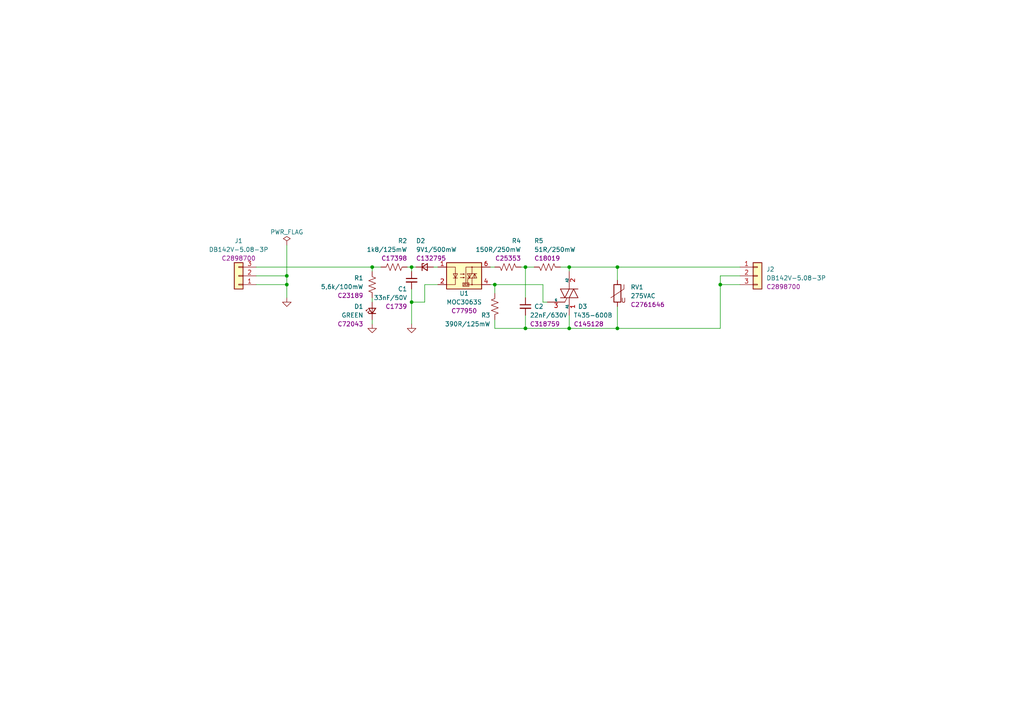
<source format=kicad_sch>
(kicad_sch (version 20230121) (generator eeschema)
  (paper "A4")
  (lib_symbols
    (symbol "Connector_Generic:Conn_01x03" (pin_names (offset 1.016) hide)
      (property "Reference" "J" (at 0 5.08 0))
      (property "Value" "Conn_01x03" (at 0 -5.08 0))
      (symbol "Conn_01x03_1_1"
        (rectangle (start -1.27 -2.413) (end 0 -2.667) (stroke (width 0.1524)))
        (rectangle (start -1.27 0.127) (end 0 -0.127) (stroke (width 0.1524)))
        (rectangle (start -1.27 2.667) (end 0 2.413) (stroke (width 0.1524)))
        (rectangle (start -1.27 3.81) (end 1.27 -3.81) (stroke (width 0.254)) (fill (type background)))
        (pin passive line (at -5.08 2.54 0) (length 3.81) (name "Pin_1") (number "1"))
        (pin passive line (at -5.08 0 0) (length 3.81) (name "Pin_2") (number "2"))
        (pin passive line (at -5.08 -2.54 0) (length 3.81) (name "Pin_3") (number "3"))
      )
    )
    (symbol "Device:C_Small" (pin_numbers hide) (pin_names (offset 0.254) hide)
      (property "Reference" "C" (at 0.254 1.778 0))
      (property "Value" "C_Small" (at 0.254 -2.032 0))
      (symbol "C_Small_0_1"
        (polyline (pts (xy -1.524 -0.508) (xy 1.524 -0.508)) (stroke (width 0.3302)))
        (polyline (pts (xy -1.524 0.508) (xy 1.524 0.508)) (stroke (width 0.3048)))
      )
      (symbol "C_Small_1_1"
        (pin passive line (at 0 2.54 270) (length 2.032) (name "~") (number "1"))
        (pin passive line (at 0 -2.54 90) (length 2.032) (name "~") (number "2"))
      )
    )
    (symbol "Device:D_Zener_Small" (pin_numbers hide) (pin_names (offset 0.254) hide)
      (property "Reference" "D" (at 0 2.286 0))
      (property "Value" "D_Zener_Small" (at 0 -2.286 0))
      (symbol "D_Zener_Small_0_1"
        (polyline (pts (xy 0.762 0) (xy -0.762 0)))
        (polyline (pts (xy -0.254 1.016) (xy -0.762 1.016) (xy -0.762 -1.016)) (stroke (width 0.254)))
        (polyline (pts (xy 0.762 1.016) (xy -0.762 0) (xy 0.762 -1.016) (xy 0.762 1.016)) (stroke (width 0.254)))
      )
      (symbol "D_Zener_Small_1_1"
        (pin passive line (at -2.54 0 0) (length 1.778) (name "K") (number "1"))
        (pin passive line (at 2.54 0 180) (length 1.778) (name "A") (number "2"))
      )
    )
    (symbol "Device:LED_Small" (pin_numbers hide) (pin_names (offset 0.254) hide)
      (property "Reference" "D" (at -1.27 3.175 0))
      (property "Value" "LED_Small" (at -4.445 -2.54 0))
      (symbol "LED_Small_0_1"
        (polyline (pts (xy -0.762 -1.016) (xy -0.762 1.016)) (stroke (width 0.254)))
        (polyline (pts (xy 1.016 0) (xy -0.762 0)))
        (polyline (pts (xy 0.762 -1.016) (xy -0.762 0) (xy 0.762 1.016) (xy 0.762 -1.016)) (stroke (width 0.254)))
        (polyline (pts (xy 0 0.762) (xy -0.508 1.27) (xy -0.254 1.27) (xy -0.508 1.27) (xy -0.508 1.016)))
        (polyline (pts (xy 0.508 1.27) (xy 0 1.778) (xy 0.254 1.778) (xy 0 1.778) (xy 0 1.524)))
      )
      (symbol "LED_Small_1_1"
        (pin passive line (at -2.54 0 0) (length 1.778) (name "K") (number "1"))
        (pin passive line (at 2.54 0 180) (length 1.778) (name "A") (number "2"))
      )
    )
    (symbol "Device:R_US" (pin_numbers hide) (pin_names (offset 0))
      (property "Reference" "R" (at 2.54 0 90))
      (property "Value" "R_US" (at -2.54 0 90))
      (symbol "R_US_0_1"
        (polyline (pts (xy 0 -2.286) (xy 0 -2.54)))
        (polyline (pts (xy 0 2.286) (xy 0 2.54)))
        (polyline (pts (xy 0 -0.762) (xy 1.016 -1.143) (xy 0 -1.524) (xy -1.016 -1.905) (xy 0 -2.286)))
        (polyline (pts (xy 0 0.762) (xy 1.016 0.381) (xy 0 0) (xy -1.016 -0.381) (xy 0 -0.762)))
        (polyline (pts (xy 0 2.286) (xy 1.016 1.905) (xy 0 1.524) (xy -1.016 1.143) (xy 0 0.762)))
      )
      (symbol "R_US_1_1"
        (pin passive line (at 0 3.81 270) (length 1.27) (name "~") (number "1"))
        (pin passive line (at 0 -3.81 90) (length 1.27) (name "~") (number "2"))
      )
    )
    (symbol "Device:Varistor" (pin_numbers hide) (pin_names (offset 0))
      (property "Reference" "RV" (at 3.175 0 90))
      (property "Value" "Varistor" (at -3.175 0 90))
      (symbol "Varistor_0_0"
        (text "U" (at -1.778 -2.032 0) (effects (font (size 1.27 1.27))))
      )
      (symbol "Varistor_0_1"
        (rectangle (start -1.016 -2.54) (end 1.016 2.54) (stroke (width 0.254)))
        (polyline (pts (xy -1.905 2.54) (xy -1.905 1.27) (xy 1.905 -1.27)))
      )
      (symbol "Varistor_1_1"
        (pin passive line (at 0 3.81 270) (length 1.27) (name "~") (number "1"))
        (pin passive line (at 0 -3.81 90) (length 1.27) (name "~") (number "2"))
      )
    )
    (symbol "Relay_SolidState:MOC3063M"
      (property "Reference" "U" (at -5.08 5.08 0))
      (property "Value" "MOC3063M" (at 0 5.08 0))
      (symbol "MOC3063M_0_0"
        (rectangle (start -0.381 -2.032) (end 1.397 -3.048))
        (polyline (pts (xy 2.286 -2.54) (xy 1.397 -2.54)))
        (polyline (pts (xy 1.524 -0.635) (xy 1.016 -1.016) (xy 1.016 -2.032)))
        (text "ZCD" (at 0.508 -2.54 0) (effects (font (size 0.508 0.508))))
      )
      (symbol "MOC3063M_0_1"
        (rectangle (start -5.08 3.81) (end 5.08 -3.81) (stroke (width 0.254)) (fill (type background)))
        (polyline (pts (xy -3.175 -0.635) (xy -1.905 -0.635)))
        (polyline (pts (xy 1.524 -0.635) (xy 1.524 0.635)))
        (polyline (pts (xy 3.048 0.635) (xy 3.048 -0.635)))
        (polyline (pts (xy 2.286 -0.635) (xy 2.286 -2.54) (xy 5.08 -2.54)))
        (polyline (pts (xy 2.286 0.635) (xy 2.286 2.54) (xy 5.08 2.54)))
        (polyline (pts (xy 2.286 2.54) (xy 0.508 2.54) (xy 0.508 -2.032)))
        (polyline (pts (xy -5.08 2.54) (xy -2.54 2.54) (xy -2.54 -2.54) (xy -5.08 -2.54)))
        (polyline (pts (xy -2.54 -0.635) (xy -3.175 0.635) (xy -1.905 0.635) (xy -2.54 -0.635)))
        (polyline (pts (xy 0.889 -0.635) (xy 3.683 -0.635) (xy 3.048 0.635) (xy 2.413 -0.635)))
        (polyline (pts (xy 3.683 0.635) (xy 0.889 0.635) (xy 1.524 -0.635) (xy 2.159 0.635)))
        (polyline (pts (xy -1.143 -0.508) (xy 0.127 -0.508) (xy -0.254 -0.635) (xy -0.254 -0.381) (xy 0.127 -0.508)))
        (polyline (pts (xy -1.143 0.508) (xy 0.127 0.508) (xy -0.254 0.381) (xy -0.254 0.635) (xy 0.127 0.508)))
        (circle (center 2.286 -2.54) (radius 0.127))
        (circle (center 2.286 2.54) (radius 0.127))
      )
      (symbol "MOC3063M_1_1"
        (pin passive line (at -7.62 2.54 0) (length 2.54) (name "~") (number "1"))
        (pin passive line (at -7.62 -2.54 0) (length 2.54) (name "~") (number "2"))
        (pin no_connect line (at -5.08 0 0) (length 2.54) hide (name "NC") (number "3"))
        (pin passive line (at 7.62 -2.54 180) (length 2.54) (name "~") (number "4"))
        (pin no_connect line (at 5.08 0 180) (length 2.54) hide (name "NC") (number "5"))
        (pin passive line (at 7.62 2.54 180) (length 2.54) (name "~") (number "6"))
      )
    )
    (symbol "Tales:T435-600B" (pin_names (offset 0))
      (property "Reference" "D" (at 3.175 0.635 0))
      (property "Value" "T435-600B" (at 3.175 -1.27 0))
      (symbol "T435-600B_0_1"
        (polyline (pts (xy -2.54 -1.27) (xy 2.54 -1.27)) (stroke (width 0.2032)))
        (polyline (pts (xy -2.54 1.27) (xy 2.54 1.27)) (stroke (width 0.2032)))
        (polyline (pts (xy -1.27 -2.54) (xy -0.635 -1.27)))
        (polyline (pts (xy -2.54 1.27) (xy -1.27 -1.27) (xy 0 1.27)) (stroke (width 0.2032)))
        (polyline (pts (xy 0 -1.27) (xy 1.27 1.27) (xy 2.54 -1.27)) (stroke (width 0.2032)))
      )
      (symbol "T435-600B_1_1"
        (pin passive line (at 0 -6.35 90) (length 5.08) (name "A1") (number "1"))
        (pin passive line (at 0 6.35 270) (length 5.08) (name "A2") (number "2"))
        (pin input line (at -6.35 -2.54 0) (length 5.08) (name "G") (number "3"))
      )
    )
    (symbol "power:GND" (power) (pin_names (offset 0))
      (property "Value" "GND" (at 0 -3.81 0))
      (symbol "GND_0_1"
        (polyline (pts (xy 0 0) (xy 0 -1.27) (xy 1.27 -1.27) (xy 0 -2.54) (xy -1.27 -1.27) (xy 0 -1.27)))
      )
      (symbol "GND_1_1"
        (pin power_in line (at 0 0 270) (length 0) hide (name "GND") (number "1"))
      )
    )
    (symbol "power:PWR_FLAG" (power) (pin_numbers hide) (pin_names (offset 0) hide)
      (property "Value" "PWR_FLAG" (at 0 3.81 0))
      (symbol "PWR_FLAG_0_0"
        (pin power_out line (at 0 0 90) (length 0) (name "pwr") (number "1"))
      )
      (symbol "PWR_FLAG_0_1"
        (polyline (pts (xy 0 0) (xy 0 1.27) (xy -1.016 1.905) (xy 0 2.54) (xy 1.016 1.905) (xy 0 1.27)))
      )
    )
  )
  (junction (at 107.95 77.47))
  (junction (at 208.915 82.55))
  (junction (at 152.4 77.47))
  (junction (at 119.38 77.47))
  (junction (at 83.185 82.55))
  (junction (at 179.07 95.25))
  (junction (at 83.185 80.01))
  (junction (at 165.1 95.25))
  (junction (at 179.07 77.47))
  (junction (at 165.1 77.47))
  (junction (at 152.4 95.25))
  (junction (at 143.51 82.55))
  (junction (at 119.38 87.63))
  (wire (pts (xy 143.51 82.55) (xy 143.51 85.09)))
  (wire (pts (xy 83.185 71.12) (xy 83.185 80.01)))
  (wire (pts (xy 74.295 77.47) (xy 107.95 77.47)))
  (wire (pts (xy 119.38 83.82) (xy 119.38 87.63)))
  (wire (pts (xy 157.48 87.63) (xy 157.48 82.55)))
  (wire (pts (xy 107.95 86.36) (xy 107.95 87.63)))
  (wire (pts (xy 165.1 77.47) (xy 165.1 78.74)))
  (wire (pts (xy 165.1 91.44) (xy 165.1 95.25)))
  (wire (pts (xy 152.4 91.44) (xy 152.4 95.25)))
  (wire (pts (xy 125.73 77.47) (xy 127 77.47)))
  (wire (pts (xy 83.185 82.55) (xy 83.185 86.36)))
  (wire (pts (xy 119.38 78.74) (xy 119.38 77.47)))
  (wire (pts (xy 83.185 80.01) (xy 83.185 82.55)))
  (wire (pts (xy 74.295 82.55) (xy 83.185 82.55)))
  (wire (pts (xy 74.295 80.01) (xy 83.185 80.01)))
  (wire (pts (xy 179.07 88.9) (xy 179.07 95.25)))
  (wire (pts (xy 119.38 87.63) (xy 119.38 93.98)))
  (wire (pts (xy 143.51 77.47) (xy 142.24 77.47)))
  (wire (pts (xy 119.38 87.63) (xy 123.19 87.63)))
  (wire (pts (xy 107.95 92.71) (xy 107.95 93.98)))
  (wire (pts (xy 152.4 77.47) (xy 154.94 77.47)))
  (wire (pts (xy 208.915 82.55) (xy 208.915 80.01)))
  (wire (pts (xy 107.95 77.47) (xy 110.49 77.47)))
  (wire (pts (xy 123.19 82.55) (xy 123.19 87.63)))
  (wire (pts (xy 107.95 77.47) (xy 107.95 78.74)))
  (wire (pts (xy 179.07 95.25) (xy 208.915 95.25)))
  (wire (pts (xy 165.1 77.47) (xy 179.07 77.47)))
  (wire (pts (xy 151.13 77.47) (xy 152.4 77.47)))
  (wire (pts (xy 152.4 95.25) (xy 165.1 95.25)))
  (wire (pts (xy 208.915 95.25) (xy 208.915 82.55)))
  (wire (pts (xy 119.38 77.47) (xy 120.65 77.47)))
  (wire (pts (xy 162.56 77.47) (xy 165.1 77.47)))
  (wire (pts (xy 158.75 87.63) (xy 157.48 87.63)))
  (wire (pts (xy 208.915 82.55) (xy 214.63 82.55)))
  (wire (pts (xy 208.915 80.01) (xy 214.63 80.01)))
  (wire (pts (xy 179.07 77.47) (xy 214.63 77.47)))
  (wire (pts (xy 142.24 82.55) (xy 143.51 82.55)))
  (wire (pts (xy 179.07 77.47) (xy 179.07 81.28)))
  (wire (pts (xy 118.11 77.47) (xy 119.38 77.47)))
  (wire (pts (xy 165.1 95.25) (xy 179.07 95.25)))
  (wire (pts (xy 143.51 92.71) (xy 143.51 95.25)))
  (wire (pts (xy 123.19 82.55) (xy 127 82.55)))
  (wire (pts (xy 143.51 95.25) (xy 152.4 95.25)))
  (wire (pts (xy 152.4 77.47) (xy 152.4 86.36)))
  (wire (pts (xy 143.51 82.55) (xy 157.48 82.55)))
  (symbol (lib_id "Tales:T435-600B") (at 165.1 85.09 0) (unit 1)
    (property "Reference" "D3" (at 167.64 88.9 0) (effects (justify left)))
    (property "Value" "T435-600B" (at 166.37 91.44 0) (effects (justify left)))
    (property "Footprint" "Tales:TO-252-2" (effects hide))
    (property "JLCPCB BOM" "1" (effects hide))
    (property "LCSC Part #" "C145128" (at 166.37 93.98 0) (effects (justify left)))
    (property "Mfr" "STMicroelectronics" (effects hide))
    (property "Mfr Part #" "T435-600B-TR" (effects hide))
    (property "Technology" "Snubberless" (effects hide))
    (property "Vendor" "JLCPCB" (effects hide))
    (property "Vendor Part #" "C145128" (effects hide))
    (property "Package" "TO-252-2(DPAK)" (effects hide))
  )
  (symbol (lib_id "power:GND") (at 119.38 93.98 0) (unit 1)
    (property "Reference" "#PWR03" (effects hide))
    (property "Value" "GNDREF" (effects hide))
  )
  (symbol (lib_id "power:PWR_FLAG") (at 83.185 71.12 0) (unit 1)
    (property "Reference" "#FLG01" (effects hide))
    (property "Value" "PWR_FLAG" (at 83.185 67.31 0))
  )
  (symbol (lib_id "Device:R_US") (at 107.95 82.55 0) (unit 1)
    (property "Reference" "R1" (at 105.41 80.645 0) (effects (justify right)))
    (property "Value" "5,6k/100mW" (at 105.41 83.185 0) (effects (justify right)))
    (property "Footprint" "Tales:R_0603_1608Metric" (effects hide))
    (property "Mfr" "UNI-ROYAL(Uniroyal Elec)" (effects hide))
    (property "Vendor" "JLCPCB" (effects hide))
    (property "Technology" "Thick Film" (effects hide))
    (property "LCSC Part #" "C23189" (at 105.41 85.725 0) (effects (justify right)))
    (property "JLCPCB BOM" "1" (effects hide))
    (property "Vendor Part #" "C23189" (effects hide))
    (property "Package" "0603/1608" (effects hide))
    (property "Mfr Part #" "0603WAF5601T5E" (effects hide))
  )
  (symbol (lib_id "Device:R_US") (at 147.32 77.47 270) (mirror x) (unit 1)
    (property "Reference" "R4" (at 151.13 69.85 90) (effects (justify right)))
    (property "Value" "150R/250mW" (at 151.13 72.39 90) (effects (justify right)))
    (property "Footprint" "Tales:R_1206_3216Metric" (effects hide))
    (property "JLCPCB BOM" "1" (effects hide))
    (property "LCSC Part #" "C25353" (at 151.13 74.93 90) (effects (justify right)))
    (property "Mfr" "UNI-ROYAL(Uniroyal Elec)" (effects hide))
    (property "Mfr Part #" "1206W4J0151T5E" (effects hide))
    (property "Technology" "Thick Film" (effects hide))
    (property "Vendor" "JLCPCB" (effects hide))
    (property "Vendor Part #" "C25353" (effects hide))
    (property "Package" "1206/3216" (effects hide))
  )
  (symbol (lib_id "Device:D_Zener_Small") (at 123.19 77.47 0) (unit 1)
    (property "Reference" "D2" (at 120.65 69.85 0) (effects (justify left)))
    (property "Value" "9V1/500mW" (at 120.65 72.39 0) (effects (justify left)))
    (property "Footprint" "Tales:D_SOD-123" (effects hide))
    (property "Mfr" "onsemi" (effects hide))
    (property "Technology" "Zener" (effects hide))
    (property "Vendor" "JLCPCB" (effects hide))
    (property "JLCPCB BOM" "1" (effects hide))
    (property "LCSC Part #" "C132795" (at 120.65 74.93 0) (effects (justify left)))
    (property "Vendor Part #" "C132795" (effects hide))
    (property "Package" "SOD-123" (effects hide))
    (property "Mfr Part #" "MMSZ9V1T1G" (effects hide))
  )
  (symbol (lib_id "Device:Varistor") (at 179.07 85.09 0) (mirror y) (unit 1)
    (property "Reference" "RV1" (at 182.88 83.2842 0) (effects (justify right)))
    (property "Value" "275VAC" (at 182.88 85.8242 0) (effects (justify right)))
    (property "Footprint" "Tales:RV_Disc_D9.50mm_W3.6mm_P5.08mm" (effects hide))
    (property "JLCPCB BOM" "1" (effects hide))
    (property "LCSC Part #" "C2761646" (at 182.88 88.3642 0) (effects (justify right)))
    (property "Mfr" "Dersonic" (effects hide))
    (property "Mfr Part #" "RM07D431KC1IE100" (effects hide))
    (property "Technology" "MOV" (effects hide))
    (property "Vendor" "JLCPCB" (effects hide))
    (property "Vendor Part #" "C2761646" (effects hide))
    (property "Package" "12x7.5mm" (effects hide))
  )
  (symbol (lib_id "Connector_Generic:Conn_01x03") (at 219.71 80.01 0) (unit 1)
    (property "Reference" "J2" (at 222.25 78.105 0) (effects (justify left)))
    (property "Value" "DB142V-5.08-3P" (at 222.25 80.645 0) (effects (justify left)))
    (property "Footprint" "Tales:TerminalBlock_Dibo_DB142V-5.08-3P_1x03_P5.08mm_Vertical" (effects hide))
    (property "JLCPCB BOM" "1" (effects hide))
    (property "LCSC Part #" "C2898700" (at 222.25 83.185 0) (effects (justify left)))
    (property "Mfr" "DIBO" (effects hide))
    (property "Mfr Part #" "DB142V-5.08-3P" (effects hide))
    (property "Vendor" "JLCPCB" (effects hide))
    (property "Vendor Part #" "C2898700" (effects hide))
    (property "Package" "01x03 P5.08" (effects hide))
    (property "Technology" "Spring Cage" (effects hide))
  )
  (symbol (lib_id "power:GND") (at 83.185 86.36 0) (unit 1)
    (property "Reference" "#PWR01" (effects hide))
    (property "Value" "GNDREF" (effects hide))
  )
  (symbol (lib_id "power:GND") (at 107.95 93.98 0) (unit 1)
    (property "Reference" "#PWR02" (effects hide))
    (property "Value" "GNDREF" (effects hide))
  )
  (symbol (lib_id "Device:R_US") (at 114.3 77.47 270) (unit 1)
    (property "Reference" "R2" (at 118.11 69.85 90) (effects (justify right)))
    (property "Value" "1k8/125mW" (at 118.11 72.39 90) (effects (justify right)))
    (property "Footprint" "Tales:R_0805_2012Metric" (effects hide))
    (property "Mfr" "UNI-ROYAL(Uniroyal Elec)" (effects hide))
    (property "Vendor" "JLCPCB" (effects hide))
    (property "Technology" "Thick Film" (effects hide))
    (property "LCSC Part #" "C17398" (at 118.11 74.93 90) (effects (justify right)))
    (property "JLCPCB BOM" "1" (effects hide))
    (property "Vendor Part #" "C17398" (effects hide))
    (property "Package" "0805/2012" (effects hide))
    (property "Mfr Part #" "0805W8F1801T5E" (effects hide))
  )
  (symbol (lib_id "Relay_SolidState:MOC3063M") (at 134.62 80.01 0) (unit 1)
    (property "Reference" "U1" (at 134.62 85.09 0))
    (property "Value" "MOC3063S" (at 134.62 87.63 0))
    (property "Footprint" "Tales:SMDIP-6_W9.53mm_Clearance8mm" (effects hide))
    (property "JLCPCB BOM" "1" (effects hide))
    (property "LCSC Part #" "C77950" (at 134.62 90.17 0))
    (property "Mfr" "Lite-On" (effects hide))
    (property "Mfr Part #" "MOC3063S-TA1" (effects hide))
    (property "Technology" "Zero Cross" (effects hide))
    (property "Vendor" "JLCPCB" (effects hide))
    (property "Vendor Part #" "C77950" (effects hide))
    (property "Package" "SOP6-P2.54" (effects hide))
  )
  (symbol (lib_id "Device:R_US") (at 158.75 77.47 270) (mirror x) (unit 1)
    (property "Reference" "R5" (at 154.94 69.85 90) (effects (justify left)))
    (property "Value" "51R/250mW" (at 154.94 72.39 90) (effects (justify left)))
    (property "Footprint" "Tales:R_1206_3216Metric" (effects hide))
    (property "JLCPCB BOM" "1" (effects hide))
    (property "LCSC Part #" "C18019" (at 154.94 74.93 90) (effects (justify left)))
    (property "Mfr" "UNI-ROYAL(Uniroyal Elec)" (effects hide))
    (property "Mfr Part #" "1206W4F510JT5E" (effects hide))
    (property "Technology" "Thick Film" (effects hide))
    (property "Vendor" "JLCPCB" (effects hide))
    (property "Vendor Part #" "C18019" (effects hide))
    (property "Package" "1206/3216" (effects hide))
  )
  (symbol (lib_id "Device:R_US") (at 143.51 88.9 0) (mirror y) (unit 1)
    (property "Reference" "R3" (at 142.24 91.44 0) (effects (justify left)))
    (property "Value" "390R/125mW" (at 142.24 93.98 0) (effects (justify left)))
    (property "Footprint" "Tales:R_0805_2012Metric" (effects hide))
    (property "JLCPCB BOM" "1" (effects hide))
    (property "LCSC Part #" "C17655" (effects hide))
    (property "Mfr" "UNI-ROYAL(Uniroyal Elec)" (effects hide))
    (property "Mfr Part #" "0805W8F3900T5E" (effects hide))
    (property "Technology" "Thick Film" (effects hide))
    (property "Vendor" "JLCPCB" (effects hide))
    (property "Vendor Part #" "C17655" (effects hide))
    (property "Package" "0805/2012" (effects hide))
  )
  (symbol (lib_id "Device:C_Small") (at 119.38 81.28 0) (unit 1)
    (property "Reference" "C1" (at 118.11 83.82 0) (effects (justify right)))
    (property "Value" "33nF/50V" (at 118.11 86.36 0) (effects (justify right)))
    (property "Footprint" "Tales:C_0805_2012Metric" (effects hide))
    (property "Technology" "Ceramic" (effects hide))
    (property "Mfr" "FH" (effects hide))
    (property "Vendor" "JLCPCB" (effects hide))
    (property "LCSC Part #" "C1739" (at 118.11 88.9 0) (effects (justify right)))
    (property "JLCPCB BOM" "1" (effects hide))
    (property "Vendor Part #" "C1739" (effects hide))
    (property "Package" "0805/2012" (effects hide))
  )
  (symbol (lib_id "Device:LED_Small") (at 107.95 90.17 90) (unit 1)
    (property "Reference" "D1" (at 105.41 88.9 90) (effects (justify left)))
    (property "Value" "GREEN" (at 105.41 91.44 90) (effects (justify left)))
    (property "Footprint" "Tales:LED_0603_1608Metric" (effects hide))
    (property "Mfr" "Everlight" (effects hide))
    (property "Technology" "InGaN" (effects hide))
    (property "Vendor" "JLCPCB" (effects hide))
    (property "LCSC Part #" "C72043" (at 105.41 93.98 90) (effects (justify left)))
    (property "JLCPCB BOM" "1" (effects hide))
    (property "Vendor Part #" "C72043" (effects hide))
    (property "Package" "0603" (effects hide))
    (property "Mfr Part #" "19-217/GHC-YR1S2/3T" (effects hide))
  )
  (symbol (lib_id "Device:C_Small") (at 152.4 88.9 0) (mirror y) (unit 1)
    (property "Reference" "C2" (at 154.94 88.9 0) (effects (justify right)))
    (property "Value" "22nF/630V" (at 153.67 91.44 0) (effects (justify right)))
    (property "Footprint" "Tales:C_1206_3216Metric" (effects hide))
    (property "JLCPCB BOM" "1" (effects hide))
    (property "LCSC Part #" "C318759" (at 153.67 93.98 0) (effects (justify right)))
    (property "Mfr" "Samsung Electro-Mechanics" (effects hide))
    (property "Mfr Part #" "CL31B223KHHNNNE" (effects hide))
    (property "Technology" "X7R" (effects hide))
    (property "Vendor" "JLCPCB" (effects hide))
    (property "Vendor Part #" "C318759" (effects hide))
    (property "Package" "1206" (effects hide))
  )
  (symbol (lib_id "Connector_Generic:Conn_01x03") (at 69.215 80.01 180) (unit 1)
    (property "Reference" "J1" (at 69.215 69.85 0))
    (property "Value" "DB142V-5.08-3P" (at 69.215 72.39 0))
    (property "Footprint" "Tales:TerminalBlock_Dibo_DB142V-5.08-3P_1x03_P5.08mm_Vertical" (effects hide))
    (property "JLCPCB BOM" "1" (effects hide))
    (property "LCSC Part #" "C2898700" (at 69.215 74.93 0))
    (property "Mfr" "DIBO" (effects hide))
    (property "Mfr Part #" "DB142V-5.08-3P" (effects hide))
    (property "Vendor" "JLCPCB" (effects hide))
    (property "Vendor Part #" "C2898700" (effects hide))
    (property "Package" "01x03 P5.08" (effects hide))
    (property "Technology" "Spring Cage" (effects hide))
  )
)
</source>
